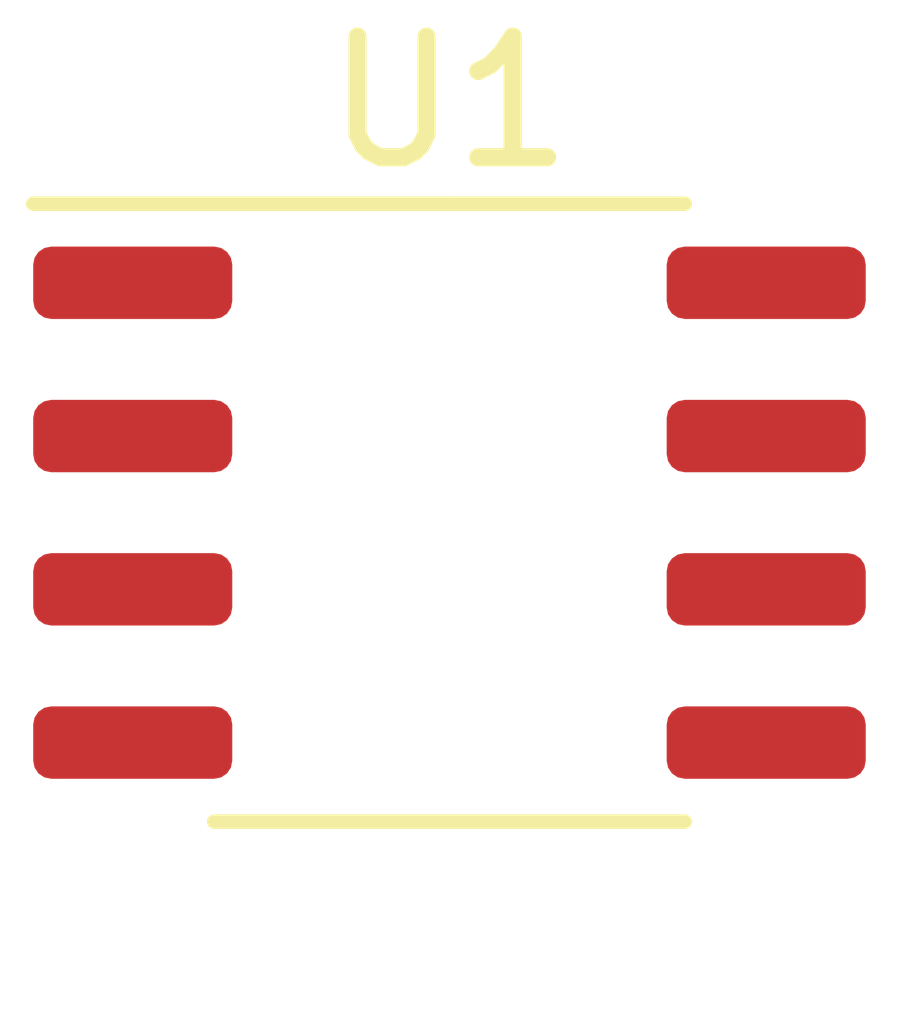
<source format=kicad_pcb>
(kicad_pcb (version 20211014) (generator pcbnew)
  (layers (0 "F.Cu" signal) (31 "B.Cu" signal) (34 "B.Paste" user) (35 "F.Paste" user) (36 "B.SilkS" user "B.Silkscreen") (37 "F.SilkS" user "F.Silkscreen") (38 "B.Mask" user) (39 "F.Mask" user) (44 "Edge.Cuts" user))
  (net 0 "")
  (net 1 "0")
  (net 2 "Net-(C1-Pad1)")
  (net 3 "Net-(R3-Pad2)")
  (net 4 "Net-(R1-Pad2)")
  (net 5 "Net-(C2-Pad1)")
  (net 6 "3v3")
  (net 7 "Net-(RV4-Pad1)")
  (net 8 "Net-(D2-Pad2)")
  (footprint "Package_SO:SOP-8_3.9x4.9mm_P1.27mm" (layer "F.Cu") (at 141 114)
    (fp_text reference "U1" (at 0 -3.4) (layer "F.SilkS"))
    (fp_text value "LM358")
    (fp_line (start 0 -2.56) (end -3.45 -2.56) (layer "F.SilkS") (width 0.12))
    (fp_line (start 0 -2.56) (end 1.95 -2.56) (layer "F.SilkS") (width 0.12))
    (fp_line (start 0 2.56) (end -1.95 2.56) (layer "F.SilkS") (width 0.12))
    (fp_line (start 0 2.56) (end 1.95 2.56) (layer "F.SilkS") (width 0.12))
    (pad "1" smd roundrect (at -2.625 -1.905) (size 1.65 0.6) (layers "F.Cu" "F.Paste" "F.Mask") (net 7 "Net-(RV4-Pad1)"))
    (pad "2" smd roundrect (at -2.625 -0.635) (size 1.65 0.6) (layers "F.Cu" "F.Paste" "F.Mask") (net 2 "Net-(C1-Pad1)"))
    (pad "3" smd roundrect (at -2.625 0.635) (size 1.65 0.6) (layers "F.Cu" "F.Paste" "F.Mask") (net 3 "Net-(R3-Pad2)"))
    (pad "4" smd roundrect (at -2.625 1.905) (size 1.65 0.6) (layers "F.Cu" "F.Paste" "F.Mask") (net 1 "0"))
    (pad "5" smd roundrect (at 2.625 1.905) (size 1.65 0.6) (layers "F.Cu" "F.Paste" "F.Mask") (net 4 "Net-(R1-Pad2)"))
    (pad "6" smd roundrect (at 2.625 0.635) (size 1.65 0.6) (layers "F.Cu" "F.Paste" "F.Mask") (net 5 "Net-(C2-Pad1)"))
    (pad "7" smd roundrect (at 2.625 -0.635) (size 1.65 0.6) (layers "F.Cu" "F.Paste" "F.Mask") (net 8 "Net-(D2-Pad2)"))
    (pad "8" smd roundrect (at 2.625 -1.905) (size 1.65 0.6) (layers "F.Cu" "F.Paste" "F.Mask") (net 6 "3v3"))
  )
)
</source>
